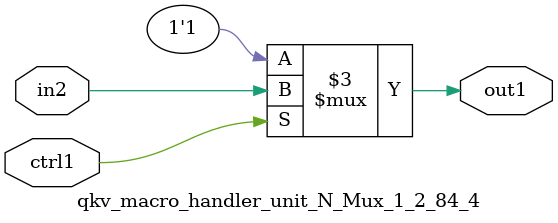
<source format=v>

`timescale 1ps / 1ps


module qkv_macro_handler_unit_N_Mux_1_2_84_4( in2, ctrl1, out1 );

    input in2;
    input ctrl1;
    output out1;
    reg out1;

    
    // rtl_process:qkv_macro_handler_unit_N_Mux_1_2_84_4/qkv_macro_handler_unit_N_Mux_1_2_84_4_thread_1
    always @*
      begin : qkv_macro_handler_unit_N_Mux_1_2_84_4_thread_1
        case (ctrl1) 
          1'b1: 
            begin
              out1 = in2;
            end
          default: 
            begin
              out1 = 1'b1;
            end
        endcase
      end

endmodule





</source>
